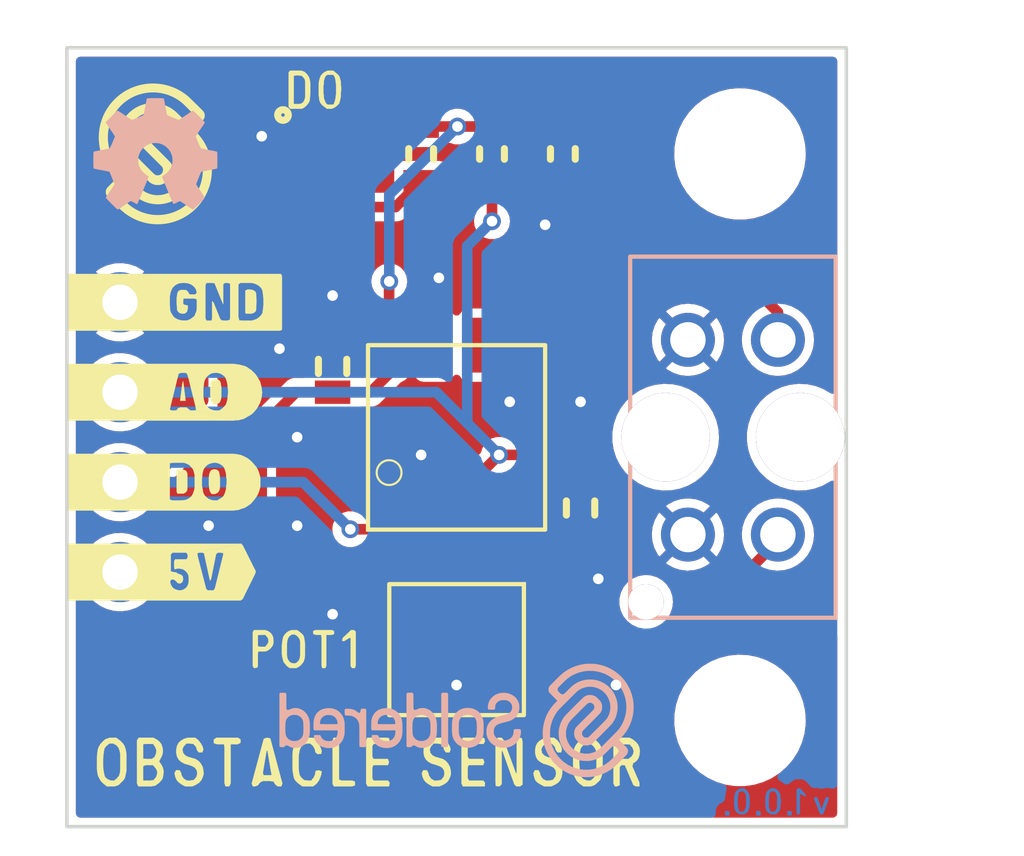
<source format=kicad_pcb>
(kicad_pcb (version 20210126) (generator pcbnew)
  (layers (0 "F.Cu" signal) (31 "B.Cu" signal) (34 "B.Paste" user) (35 "F.Paste" user) (36 "B.SilkS" user "B.Silkscreen") (37 "F.SilkS" user "F.Silkscreen") (38 "B.Mask" user) (39 "F.Mask" user) (44 "Edge.Cuts" user))
  (net 0 "")
  (net 1 "A0")
  (net 2 "GND")
  (net 3 "5V")
  (net 4 "Net-(D1-Pad1)")
  (net 5 "D0")
  (net 6 "Net-(R1-Pad1)")
  (net 7 "POT")
  (footprint "e-radionica.com footprinti:0603R" (layer "F.Cu") (at 100 111 90)
    (fp_text reference "R4")
    (fp_text value "10k")
    (pad "1" smd rect (at -0.775 0 180) (size 1 0.64) (layers "F.Cu" "F.Paste" "F.Mask") (net 5 "D0"))
    (pad "2" smd rect (at 0.775 0 180) (size 1 0.64) (layers "F.Cu" "F.Paste" "F.Mask") (net 3 "5V"))
  )
  (footprint "e-radionica.com footprinti:0603C" (layer "F.Cu") (at 104.5 121 90)
    (fp_text reference "C1")
    (fp_text value "0.1uF")
    (pad "1" smd rect (at -0.73 0 90) (size 0.66 1) (layers "F.Cu" "F.Paste" "F.Mask") (net 2 "GND"))
    (pad "2" smd rect (at 0.73 0 90) (size 0.66 1) (layers "F.Cu" "F.Paste" "F.Mask") (net 1 "A0"))
  )
  (footprint "buzzardLabel" (layer "F.Cu") (at 89.6 120.27)
    (fp_text reference "" (at 0 0) (layer "F.SilkS") (effects (font (size 1.27 1.27))))
    (fp_text value "" (at 0 0) (layer "F.SilkS") (effects (font (size 1.27 1.27))))
  )
  (footprint "e-radionica.com footprinti:0603R" (layer "F.Cu") (at 102 111 90)
    (fp_text reference "R3")
    (fp_text value "10k")
    (pad "1" smd rect (at -0.775 0 180) (size 1 0.64) (layers "F.Cu" "F.Paste" "F.Mask") (net 1 "A0"))
    (pad "2" smd rect (at 0.775 0 180) (size 1 0.64) (layers "F.Cu" "F.Paste" "F.Mask") (net 3 "5V"))
  )
  (footprint "Soldered Graphics:Logo-Back-SolderedFULL-10mm" (layer "F.Cu") (at 101 127)
    (fp_text reference "G***" hide)
    (fp_text value "LOGO" hide)
  )
  (footprint "e-radionica.com footprinti:FIDUCIAL_1MM_PASTE" (layer "F.Cu") (at 111 124)
    (fp_text reference "FD1")
    (fp_text value "Fiducial_Stencil")
    (pad "1" smd circle (at 0 0) (size 1 1) (property pad_prop_fiducial_glob) (layers "F.Cu" "F.Paste" "F.Mask"))
  )
  (footprint "e-radionica.com footprinti:HOLE_3.2mm" (layer "F.Cu") (at 109 111)
    (fp_text reference "H2" hide)
    (fp_text value "HOLE_3.2mm" hide)
    (pad "" np_thru_hole circle (at 0 0) (size 3.2 3.2) (drill 3.2) (layers F&B.Cu *.Mask))
  )
  (footprint "buzzardLabel" (layer "F.Cu") (at 96.7 125)
    (fp_text reference "" (at 0 0) (layer "F.SilkS") (effects (font (size 1.27 1.27))))
    (fp_text value "" (at 0 0) (layer "F.SilkS") (effects (font (size 1.27 1.27))))
  )
  (footprint "e-radionica.com footprinti:0402R" (layer "F.Cu") (at 97 112.5 180)
    (fp_text reference "R5")
    (fp_text value "1k")
    (pad "1" smd rect (at -0.5 0 270) (size 0.64 0.54) (layers "F.Cu" "F.Paste" "F.Mask") (net 5 "D0"))
    (pad "2" smd rect (at 0.5 0 270) (size 0.64 0.54) (layers "F.Cu" "F.Paste" "F.Mask") (net 4 "Net-(D1-Pad1)"))
  )
  (footprint "buzzardLabel" (layer "F.Cu") (at 97 109.2)
    (fp_text reference "" (at 0 0) (layer "F.SilkS") (effects (font (size 1.27 1.27))))
    (fp_text value "" (at 0 0) (layer "F.SilkS") (effects (font (size 1.27 1.27))))
  )
  (footprint "Soldered Graphics:Logo-Back-OSH-3.5mm" (layer "F.Cu") (at 92.5 111)
    (fp_text reference "G***" hide)
    (fp_text value "LOGO" hide)
  )
  (footprint "e-radionica.com footprinti:tc33x-2-103e" (layer "F.Cu") (at 101 125 -90)
    (fp_text reference "R2")
    (fp_text value "tc33x-2-103e")
    (pad "1" smd rect (at -1 1.8 270) (size 1.2 1.2) (layers "F.Cu" "F.Paste" "F.Mask") (net 3 "5V"))
    (pad "2" smd rect (at 0 -1.45 270) (size 1.6 1.5) (layers "F.Cu" "F.Paste" "F.Mask") (net 7 "POT"))
    (pad "3" smd rect (at 1 1.8 270) (size 1.2 1.2) (layers "F.Cu" "F.Paste" "F.Mask") (net 2 "GND"))
  )
  (footprint "buzzardLabel" (layer "F.Cu") (at 89.6 117.73)
    (fp_text reference "" (at 0 0) (layer "F.SilkS") (effects (font (size 1.27 1.27))))
    (fp_text value "" (at 0 0) (layer "F.SilkS") (effects (font (size 1.27 1.27))))
  )
  (footprint "buzzardLabel" (layer "F.Cu") (at 89.6 115.19)
    (fp_text reference "" (at 0 0) (layer "F.SilkS") (effects (font (size 1.27 1.27))))
    (fp_text value "" (at 0 0) (layer "F.SilkS") (effects (font (size 1.27 1.27))))
  )
  (footprint "e-radionica.com footprinti:0603R" (layer "F.Cu") (at 104 111 90)
    (fp_text reference "R1")
    (fp_text value "1k")
    (pad "1" smd rect (at -0.775 0 180) (size 1 0.64) (layers "F.Cu" "F.Paste" "F.Mask") (net 6 "Net-(R1-Pad1)"))
    (pad "2" smd rect (at 0.775 0 180) (size 1 0.64) (layers "F.Cu" "F.Paste" "F.Mask") (net 3 "5V"))
  )
  (footprint "e-radionica.com footprinti:HOLE_3.2mm" (layer "F.Cu") (at 109 127)
    (fp_text reference "H1" hide)
    (fp_text value "HOLE_3.2mm" hide)
    (pad "" np_thru_hole circle (at 0 0) (size 3.2 3.2) (drill 3.2) (layers F&B.Cu *.Mask))
  )
  (footprint "buzzardLabel" (layer "F.Cu") (at 98.5 128.2)
    (fp_text reference "" (at 0 0) (layer "F.SilkS") (effects (font (size 1.27 1.27))))
    (fp_text value "" (at 0 0) (layer "F.SilkS") (effects (font (size 1.27 1.27))))
  )
  (footprint "e-radionica.com footprinti:SOIC−8" (layer "F.Cu") (at 101 119 90)
    (fp_text reference "U2")
    (fp_text value "LM393")
    (pad "1" smd rect (at -2.7 -1.905 90) (size 1.55 0.6) (layers "F.Cu" "F.Paste" "F.Mask") (net 5 "D0"))
    (pad "2" smd rect (at -2.6 -0.635 90) (size 1.55 0.6) (layers "F.Cu" "F.Paste" "F.Mask") (net 7 "POT"))
    (pad "3" smd rect (at -2.6 0.635 90) (size 1.55 0.6) (layers "F.Cu" "F.Paste" "F.Mask") (net 1 "A0"))
    (pad "4" smd rect (at -2.6 1.905 90) (size 1.55 0.6) (layers "F.Cu" "F.Paste" "F.Mask") (net 2 "GND"))
    (pad "5" smd rect (at 2.6 1.905 90) (size 1.55 0.6) (layers "F.Cu" "F.Paste" "F.Mask"))
    (pad "6" smd rect (at 2.6 0.635 90) (size 1.55 0.6) (layers "F.Cu" "F.Paste" "F.Mask"))
    (pad "7" smd rect (at 2.6 -0.635 90) (size 1.55 0.6) (layers "F.Cu" "F.Paste" "F.Mask"))
    (pad "8" smd rect (at 2.6 -1.905 90) (size 1.55 0.6) (layers "F.Cu" "F.Paste" "F.Mask") (net 3 "5V"))
  )
  (footprint "Soldered Graphics:Logo-Front-Soldered-4mm" (layer "F.Cu") (at 92.5 111)
    (fp_text reference "G***" hide)
    (fp_text value "LOGO" hide)
  )
  (footprint "e-radionica.com footprinti:0603C" (layer "F.Cu") (at 97.5 117 -90)
    (fp_text reference "C2")
    (fp_text value "0.1uF")
    (pad "1" smd rect (at -0.73 0 270) (size 0.66 1) (layers "F.Cu" "F.Paste" "F.Mask") (net 2 "GND"))
    (pad "2" smd rect (at 0.73 0 270) (size 0.66 1) (layers "F.Cu" "F.Paste" "F.Mask") (net 3 "5V"))
  )
  (footprint "buzzardLabel" (layer "F.Cu") (at 89.6 122.81)
    (fp_text reference "" (at 0 0) (layer "F.SilkS") (effects (font (size 1.27 1.27))))
    (fp_text value "" (at 0 0) (layer "F.SilkS") (effects (font (size 1.27 1.27))))
  )
  (footprint "e-radionica.com footprinti:0402LED" (layer "F.Cu") (at 97 110.5 180)
    (fp_text reference "D1")
    (fp_text value "purple")
    (pad "1" smd rect (at -0.55 0 270) (size 0.75 0.45) (layers "F.Cu" "F.Paste" "F.Mask") (net 4 "Net-(D1-Pad1)"))
    (pad "2" smd rect (at 0.55 0 270) (size 0.75 0.45) (layers "F.Cu" "F.Paste" "F.Mask") (net 2 "GND"))
  )
  (footprint "e-radionica.com footprinti:TCRT5000L" (layer "B.Cu") (at 108.8 119 90)
    (fp_text reference "U1")
    (fp_text value "tcrt5000L")
    (pad "" thru_hole circle (at 0 1.9 90) (size 2.5 2.5) (drill 2.5) (layers *.Cu *.Mask))
    (pad "" thru_hole circle (at -4.65 -2.45 90) (size 1 1) (drill 1) (layers *.Cu *.Mask))
    (pad "" thru_hole circle (at 0 -1.9 90) (size 2.5 2.5) (drill 2.5) (layers *.Cu *.Mask))
    (pad "A" thru_hole circle (at 2.75 1.27 90) (size 1.524 1.524) (drill 1) (layers *.Cu *.Mask) (net 6 "Net-(R1-Pad1)"))
    (pad "Cath" thru_hole circle (at 2.75 -1.27 90) (size 1.524 1.524) (drill 1) (layers *.Cu *.Mask) (net 2 "GND"))
    (pad "Coll" thru_hole circle (at -2.75 1.27 90) (size 1.524 1.524) (drill 1) (layers *.Cu *.Mask) (net 1 "A0"))
    (pad "E" thru_hole circle (at -2.75 -1.27 90) (size 1.524 1.524) (drill 1) (layers *.Cu *.Mask) (net 2 "GND"))
  )
  (footprint "Soldered Graphics:Version1.0.0." (layer "B.Cu") (at 110 129.3 180)
    (fp_text reference "" (at 0 0) (layer "B.SilkS") (effects (font (size 1.27 1.27)) (justify mirror)))
    (fp_text value "" (at 0 0) (layer "B.SilkS") (effects (font (size 1.27 1.27)) (justify mirror)))
    (fp_poly (pts (xy -0.67 -0.35) (xy -0.62 -0.35) (xy -0.6 -0.31) (xy -0.6 0.35) (xy -0.64 0.38) (xy -0.69 0.38) (xy -0.73 0.34) (xy -0.84 0.22) (xy -0.86 0.17) (xy -0.83 0.16) (xy -0.73 0.22) (xy -0.69 0.23) (xy -0.69 -0.31) (xy -0.67 -0.35)) (layer "B.Cu") (width 0.01) (fill solid))
    (fp_poly (pts (xy -0.44 -0.38) (xy -0.39 -0.38) (xy -0.34 -0.37) (xy -0.34 -0.33) (xy -0.34 -0.27) (xy -0.38 -0.26) (xy -0.43 -0.26) (xy -0.46 -0.29) (xy -0.46 -0.34) (xy -0.44 -0.38)) (layer "B.Cu") (width 0.01) (fill solid))
    (fp_poly (pts (xy 1.31 -0.38) (xy 1.36 -0.38) (xy 1.41 -0.37) (xy 1.42 -0.33) (xy 1.42 -0.27) (xy 1.38 -0.26) (xy 1.33 -0.26) (xy 1.3 -0.29) (xy 1.3 -0.34) (xy 1.31 -0.38)) (layer "B.Cu") (width 0.01) (fill solid))
    (fp_poly (pts (xy 0.93 -0.35) (xy 0.99 -0.35) (xy 1.04 -0.33) (xy 1.01 -0.28) (xy 0.91 -0.28) (xy 0.87 -0.25) (xy 0.85 -0.2) (xy 0.83 -0.15) (xy 0.83 -0.11) (xy 0.82 0.01) (xy 0.83 0.13) (xy 0.83 0.17) (xy 0.84 0.22) (xy 0.87 0.27) (xy 0.9 0.3) (xy 1.01 0.3) (xy 1.04 0.26) (xy 1.05 0.21) (xy 1.06 0.15) (xy 1.07 0.05) (xy 1.07 -0.08) (xy 1.06 -0.12) (xy 1.06 -0.17) (xy 1.04 -0.22) (xy 1.02 -0.27) (xy 1.01 -0.28) (xy 1.05 -0.32) (xy 1.09 -0.29) (xy 1.12 -0.26) (xy 1.14 -0.22) (xy 1.15 -0.16) (xy 1.16 -0.11) (xy 1.16 -0.06) (xy 1.16 0.06) (xy 1.16 0.12) (xy 1.15 0.17) (xy 1.14 0.22) (xy 1.13 0.27) (xy 1.1 0.3) (xy 1.06 0.34) (xy 1.01 0.37) (xy 0.95 0.38) (xy 0.9 0.38) (xy 0.84 0.35) (xy 0.8 0.31) (xy 0.78 0.28) (xy 0.75 0.23) (xy 0.74 0.18) (xy 0.74 0.13) (xy 0.73 0.08) (xy 0.73 -0.04) (xy 0.73 -0.1) (xy 0.74 -0.14) (xy 0.75 -0.2) (xy 0.77 -0.25) (xy 0.79 -0.28) (xy 0.83 -0.32) (xy 0.89 -0.35) (xy 0.93 -0.35)) (layer "B.Cu") (width 0.01) (fill solid))
    (fp_poly (pts (xy -1.33 -0.35) (xy -1.27 -0.35) (xy -1.25 -0.31) (xy -1.09 0.1) (xy -1.11 0.13) (xy -1.16 0.13) (xy -1.19 0.1) (xy -1.28 -0.16) (xy -1.3 -0.21) (xy -1.32 -0.17) (xy -1.41 0.09) (xy -1.44 0.13) (xy -1.49 0.13) (xy -1.51 0.1) (xy -1.36 -0.31) (xy -1.33 -0.35)) (layer "B.Cu") (width 0.01) (fill solid))
    (fp_poly (pts (xy 0.06 -0.35) (xy 0.11 -0.35) (xy 0.17 -0.33) (xy 0.13 -0.28) (xy 0.03 -0.28) (xy -0.01 -0.25) (xy -0.03 -0.2) (xy -0.05 -0.15) (xy -0.05 -0.11) (xy -0.05 0.01) (xy -0.05 0.13) (xy -0.05 0.17) (xy -0.03 0.22) (xy -0.01 0.27) (xy 0.02 0.3) (xy 0.13 0.3) (xy 0.16 0.26) (xy 0.18 0.21) (xy 0.18 0.15) (xy 0.19 0.05) (xy 0.19 -0.08) (xy 0.19 -0.12) (xy 0.18 -0.17) (xy 0.16 -0.22) (xy 0.14 -0.27) (xy 0.14 -0.28) (xy 0.17 -0.32) (xy 0.21 -0.29) (xy 0.24 -0.26) (xy 0.26 -0.22) (xy 0.27 -0.16) (xy 0.28 -0.11) (xy 0.28 -0.06) (xy 0.28 0.06) (xy 0.28 0.12) (xy 0.27 0.17) (xy 0.26 0.22) (xy 0.25 0.27) (xy 0.22 0.3) (xy 0.19 0.34) (xy 0.13 0.37) (xy 0.08 0.38) (xy 0.02 0.38) (xy -0.03 0.35) (xy -0.08 0.31) (xy -0.1 0.28) (xy -0.12 0.23) (xy -0.14 0.18) (xy -0.14 0.13) (xy -0.15 0.08) (xy -0.15 -0.04) (xy -0.14 -0.1) (xy -0.14 -0.14) (xy -0.13 -0.2) (xy -0.11 -0.25) (xy -0.08 -0.28) (xy -0.05 -0.32) (xy 0.01 -0.35) (xy 0.06 -0.35)) (layer "B.Cu") (width 0.01) (fill solid))
    (fp_poly (pts (xy 0.43 -0.38) (xy 0.48 -0.38) (xy 0.54 -0.37) (xy 0.54 -0.33) (xy 0.54 -0.27) (xy 0.5 -0.26) (xy 0.45 -0.26) (xy 0.42 -0.29) (xy 0.42 -0.34) (xy 0.43 -0.38)) (layer "B.Cu") (width 0.01) (fill solid))
  )
  (footprint "e-radionica.com footprinti:HEADER_MALE_4X1" (layer "B.Cu") (at 91.5 119 -90)
    (fp_text reference "K1")
    (fp_text value "HEADER_MALE_4X1")
    (pad "1" thru_hole circle (at -3.81 0 270) (size 1.7 1.7) (drill 1) (layers *.Cu *.Mask) (net 2 "GND"))
    (pad "2" thru_hole circle (at -1.27 0 270) (size 1.7 1.7) (drill 1) (layers *.Cu *.Mask) (net 1 "A0"))
    (pad "3" thru_hole circle (at 1.27 0 270) (size 1.7 1.7) (drill 1) (layers *.Cu *.Mask) (net 5 "D0"))
    (pad "4" thru_hole circle (at 3.81 0 270) (size 1.7 1.7) (drill 1) (layers *.Cu *.Mask) (net 3 "5V"))
  )
  (gr_rect (start 90 130) (end 112 108) (layer "Edge.Cuts") (width 0.1) (fill none))
  (segment (start 102.2 119.5) (end 101.6 120.1) (width 0.3) (layer "F.Cu") (net 1))
  (segment (start 110.07 121.75) (end 110.07 121.93) (width 0.3) (layer "F.Cu") (net 1))
  (segment (start 102.2 119.5) (end 103.73 119.5) (width 0.3) (layer "F.Cu") (net 1))
  (segment (start 107 125) (end 105.2 125) (width 0.3) (layer "F.Cu") (net 1))
  (segment (start 101.6 121.565) (end 101.635 121.6) (width 0.3) (layer "F.Cu") (net 1))
  (segment (start 101.6 120.1) (end 101.6 121.565) (width 0.3) (layer "F.Cu") (net 1))
  (segment (start 110.07 121.93) (end 107 125) (width 0.3) (layer "F.Cu") (net 1))
  (segment (start 105.2 125) (end 103.6 123.4) (width 0.3) (layer "F.Cu") (net 1))
  (segment (start 102 112.9) (end 102 111.775) (width 0.3) (layer "F.Cu") (net 1))
  (segment (start 103.6 123.4) (end 102.3 123.4) (width 0.3) (layer "F.Cu") (net 1))
  (segment (start 101.635 122.735) (end 101.635 121.6) (width 0.3) (layer "F.Cu") (net 1))
  (segment (start 103.73 119.5) (end 104.5 120.27) (width 0.3) (layer "F.Cu") (net 1))
  (segment (start 102.3 123.4) (end 101.635 122.735) (width 0.3) (layer "F.Cu") (net 1))
  (via (at 102 112.9) (size 0.5) (drill 0.3) (layers "F.Cu" "B.Cu") (net 1))
  (via (at 102.2 119.5) (size 0.5) (drill 0.3) (layers "F.Cu" "B.Cu") (net 1))
  (segment (start 100.43 117.73) (end 91.5 117.73) (width 0.3) (layer "B.Cu") (net 1))
  (segment (start 101.3 118.6) (end 101.3 113.6) (width 0.3) (layer "B.Cu") (net 1))
  (segment (start 102.2 119.5) (end 101.3 118.6) (width 0.3) (layer "B.Cu") (net 1))
  (segment (start 101.3 113.6) (end 102 112.9) (width 0.3) (layer "B.Cu") (net 1))
  (segment (start 101.3 118.6) (end 100.43 117.73) (width 0.3) (layer "B.Cu") (net 1))
  (via (at 96.5 119) (size 0.5) (drill 0.3) (layers "F.Cu" "B.Cu") (net 2))
  (via (at 95.5 110.5) (size 0.5) (drill 0.3) (layers "F.Cu" "B.Cu") (net 2))
  (via (at 105 123) (size 0.5) (drill 0.3) (layers "F.Cu" "B.Cu") (net 2))
  (via (at 100 119.5) (size 0.5) (drill 0.3) (layers "F.Cu" "B.Cu") (net 2))
  (via (at 104.5 118) (size 0.5) (drill 0.3) (layers "F.Cu" "B.Cu") (net 2))
  (via (at 97.5 124) (size 0.5) (drill 0.3) (layers "F.Cu" "B.Cu") (net 2))
  (via (at 102.5 118) (size 0.5) (drill 0.3) (layers "F.Cu" "B.Cu") (net 2))
  (via (at 94 121.5) (size 0.5) (drill 0.3) (layers "F.Cu" "B.Cu") (net 2))
  (via (at 103.5 113) (size 0.5) (drill 0.3) (layers "F.Cu" "B.Cu") (net 2))
  (via (at 96.5 121.5) (size 0.5) (drill 0.3) (layers "F.Cu" "B.Cu") (net 2))
  (via (at 105.5 126) (size 0.5) (drill 0.3) (layers "F.Cu" "B.Cu") (net 2))
  (via (at 96 116.5) (size 0.5) (drill 0.3) (layers "F.Cu" "B.Cu") (net 2))
  (via (at 97.5 115) (size 0.5) (drill 0.3) (layers "F.Cu" "B.Cu") (net 2))
  (via (at 100.5 114.5) (size 0.5) (drill 0.3) (layers "F.Cu" "B.Cu") (net 2))
  (via (at 101 126) (size 0.5) (drill 0.3) (layers "F.Cu" "B.Cu") (net 2))
  (segment (start 99.095 116.4) (end 99.095 114.605) (width 0.3) (layer "F.Cu") (net 3))
  (segment (start 99.095 114.605) (end 99.1 114.6) (width 0.3) (layer "F.Cu") (net 3))
  (segment (start 95.5 122.12) (end 94.81 122.81) (width 0.3) (layer "F.Cu") (net 3))
  (segment (start 99.1 116.405) (end 99.095 116.4) (width 0.3) (layer "F.Cu") (net 3))
  (segment (start 97.5 117.73) (end 98.57 117.73) (width 0.3) (layer "F.Cu") (net 3))
  (segment (start 102 110.225) (end 104 110.225) (width 0.3) (layer "F.Cu") (net 3))
  (segment (start 100 110.225) (end 101.025 110.225) (width 0.3) (layer "F.Cu") (net 3))
  (segment (start 101.025 110.225) (end 102 110.225) (width 0.3) (layer "F.Cu") (net 3))
  (segment (start 94.81 122.81) (end 98.01 122.81) (width 0.3) (layer "F.Cu") (net 3))
  (segment (start 96.47 117.73) (end 95.5 118.7) (width 0.3) (layer "F.Cu") (net 3))
  (segment (start 98.57 117.73) (end 99.1 117.2) (width 0.3) (layer "F.Cu") (net 3))
  (segment (start 91.5 122.81) (end 94.81 122.81) (width 0.3) (layer "F.Cu") (net 3))
  (segment (start 99.1 117.2) (end 99.1 116.405) (width 0.3) (layer "F.Cu") (net 3))
  (segment (start 97.5 117.73) (end 96.47 117.73) (width 0.3) (layer "F.Cu") (net 3))
  (segment (start 95.5 118.7) (end 95.5 122.12) (width 0.3) (layer "F.Cu") (net 3))
  (segment (start 98.01 122.81) (end 99.2 124) (width 0.3) (layer "F.Cu") (net 3))
  (via (at 101.025 110.225) (size 0.5) (drill 0.3) (layers "F.Cu" "B.Cu") (net 3))
  (via (at 99.1 114.6) (size 0.5) (drill 0.3) (layers "F.Cu" "B.Cu") (net 3))
  (segment (start 99.1 112.15) (end 101.025 110.225) (width 0.3) (layer "B.Cu") (net 3))
  (segment (start 99.1 114.6) (end 99.1 112.15) (width 0.3) (layer "B.Cu") (net 3))
  (segment (start 96.5 112.5) (end 96.5 111.9) (width 0.3) (layer "F.Cu") (net 4))
  (segment (start 96.5 111.9) (end 97.55 110.85) (width 0.3) (layer "F.Cu") (net 4))
  (segment (start 97.55 110.85) (end 97.55 110.5) (width 0.3) (layer "F.Cu") (net 4))
  (segment (start 94.4 118.2) (end 94.4 116.7) (width 0.3) (layer "F.Cu") (net 5))
  (segment (start 92.33 120.27) (end 94.4 118.2) (width 0.3) (layer "F.Cu") (net 5))
  (segment (start 99.275 112.5) (end 100 111.775) (width 0.3) (layer "F.Cu") (net 5))
  (segment (start 98.995 121.6) (end 99.095 121.7) (width 0.3) (layer "F.Cu") (net 5))
  (segment (start 98 121.6) (end 98.995 121.6) (width 0.3) (layer "F.Cu") (net 5))
  (segment (start 91.5 120.27) (end 92.33 120.27) (width 0.3) (layer "F.Cu") (net 5))
  (segment (start 94.4 116.7) (end 97.5 113.6) (width 0.3) (layer "F.Cu") (net 5))
  (segment (start 97.5 113.6) (end 97.5 112.5) (width 0.3) (layer "F.Cu") (net 5))
  (segment (start 97.5 112.5) (end 99.275 112.5) (width 0.3) (layer "F.Cu") (net 5))
  (via (at 98 121.6) (size 0.5) (drill 0.3) (layers "F.Cu" "B.Cu") (net 5))
  (segment (start 91.5 120.27) (end 96.67 120.27) (width 0.3) (layer "B.Cu") (net 5))
  (segment (start 96.67 120.27) (end 98 121.6) (width 0.3) (layer "B.Cu") (net 5))
  (segment (start 110.07 116.25) (end 110.07 115.47) (width 0.3) (layer "F.Cu") (net 6))
  (segment (start 106.2 114) (end 104 111.8) (width 0.3) (layer "F.Cu") (net 6))
  (segment (start 108.6 114) (end 106.2 114) (width 0.3) (layer "F.Cu") (net 6))
  (segment (start 110.07 115.47) (end 108.6 114) (width 0.3) (layer "F.Cu") (net 6))
  (segment (start 104 111.8) (end 104 111.775) (width 0.3) (layer "F.Cu") (net 6))
  (segment (start 100.365 121.6) (end 100.365 122.965) (width 0.3) (layer "F.Cu") (net 7))
  (segment (start 100.365 122.965) (end 102.55 125.15) (width 0.3) (layer "F.Cu") (net 7))
  (zone (net 2) (net_name "GND") (layers F&B.Cu) (connect_pads (clearance 0.254)) (min_thickness 0.254) (fill yes (thermal_gap 0.254) (thermal_bridge_width 0.254))
    (polygon (pts (xy 112 130) (xy 90 130) (xy 90 108) (xy 112 108)))
  )
)
</source>
